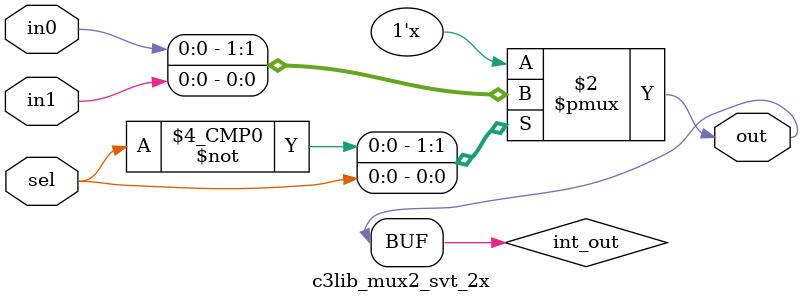
<source format=sv>

module  c3lib_mux2_svt_2x ( 

  in0,
  in1,
  sel,
  out

); 

input		in0;
input		in1;
input		sel;
output		out;

  var	logic	int_out;

  always_comb begin
    unique case ( sel )
      1'b0    : int_out = in0;
      1'b1    : int_out = in1;
      default : int_out = 1'bx;
    endcase
  end
  assign out = int_out;

endmodule 


</source>
